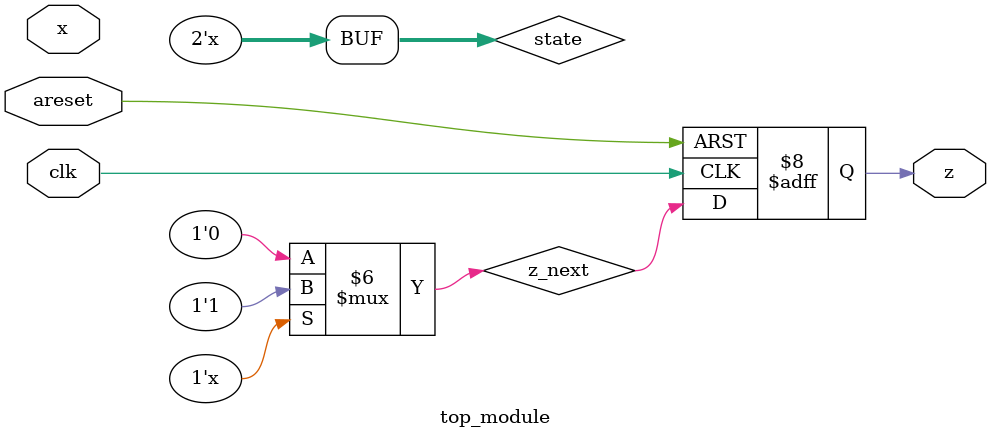
<source format=sv>
module top_module (
	input clk,
	input areset,
	input x,
	output z
);
	reg [1:0] state;
	reg z_next;

	always @(posedge clk or posedge areset)
	begin
		if (areset)
			state <= 2'b00; // reset to state A
		else
			state <= state;
	end
	
	always @(state, x)
	begin
		case (state)
			2'b00:
				begin
					if (x)
						state <= 2'b01; // transition to state B if x is 1
					else
						state <= 2'b00; // stay in state A if x is 0
				end
			2'b01:
				begin
					if (x)
						state <= 2'b10; // stay in state B if x is 1
					else
						state <= 2'b01; // stay in state B if x is 0
				end
			default:
				state <= state; // should not happen
		endcase
	end
	
	always @(state)
	begin
		case (state)
			2'b00: z_next = 1'b0; // z = 0 in state A
			2'b01: z_next = 1'b1; // z = 1 in state B
			default: z_next = 1'b0; // default value
		endcase
	end
	
	always @(posedge clk or posedge areset)
	begin
		if (areset)
			z <= 1'b0; // reset to 0
		else
			z <= z_next;
	end

endmodule

</source>
